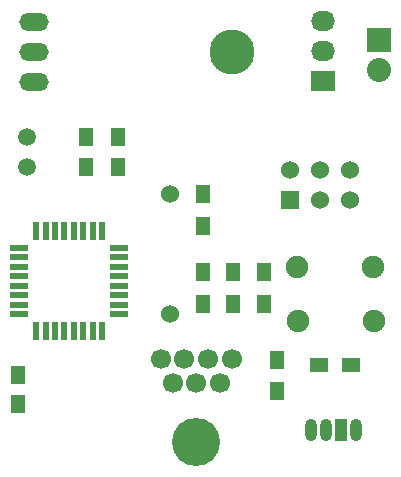
<source format=gbr>
G04 #@! TF.GenerationSoftware,KiCad,Pcbnew,(2017-09-19 revision dddaa7e69)-makepkg*
G04 #@! TF.CreationDate,2017-11-10T03:38:53+01:00*
G04 #@! TF.ProjectId,EPSON_STYLUS_DX4050_INK_CHIP_RESETTER,4550534F4E5F5354594C55535F445834,1*
G04 #@! TF.SameCoordinates,Original*
G04 #@! TF.FileFunction,Soldermask,Top*
G04 #@! TF.FilePolarity,Negative*
%FSLAX46Y46*%
G04 Gerber Fmt 4.6, Leading zero omitted, Abs format (unit mm)*
G04 Created by KiCad (PCBNEW (2017-09-19 revision dddaa7e69)-makepkg) date 11/10/17 03:38:53*
%MOMM*%
%LPD*%
G01*
G04 APERTURE LIST*
%ADD10C,1.905000*%
%ADD11C,1.524000*%
%ADD12R,2.032000X2.032000*%
%ADD13O,2.032000X2.032000*%
%ADD14R,2.032000X1.727200*%
%ADD15O,2.032000X1.727200*%
%ADD16O,2.499360X1.501140*%
%ADD17C,3.799840*%
%ADD18R,1.250000X1.500000*%
%ADD19C,1.501140*%
%ADD20R,1.524000X1.524000*%
%ADD21C,1.700000*%
%ADD22O,1.000000X1.900000*%
%ADD23R,1.000000X1.900000*%
%ADD24R,1.600000X0.550000*%
%ADD25R,0.550000X1.600000*%
%ADD26R,1.300000X1.500000*%
%ADD27R,1.500000X1.300000*%
%ADD28C,4.064000*%
G04 APERTURE END LIST*
D10*
X167248660Y-107752100D03*
X160802140Y-107752100D03*
X167299460Y-112247900D03*
X160850400Y-112247900D03*
D11*
X150000000Y-101520000D03*
X150000000Y-111680000D03*
D12*
X167750000Y-88500000D03*
D13*
X167750000Y-91040000D03*
D14*
X163000000Y-92000000D03*
D15*
X163000000Y-89460000D03*
X163000000Y-86920000D03*
D16*
X138500000Y-89500000D03*
X138500000Y-86960000D03*
X138500000Y-92040000D03*
D17*
X155264000Y-89500000D03*
D18*
X137200000Y-119350000D03*
X137200000Y-116850000D03*
X145600000Y-99250000D03*
X145600000Y-96750000D03*
X142900000Y-96750000D03*
X142900000Y-99250000D03*
D19*
X137900000Y-99240000D03*
X137900000Y-96700000D03*
D20*
X160210000Y-102020000D03*
D11*
X160210000Y-99480000D03*
X162750000Y-102020000D03*
X162750000Y-99480000D03*
X165290000Y-102020000D03*
X165290000Y-99480000D03*
D21*
X155250000Y-115500000D03*
X153250000Y-115500000D03*
X151250000Y-115500000D03*
X149250000Y-115500000D03*
X154250000Y-117500000D03*
X152250000Y-117500000D03*
X150250000Y-117500000D03*
D22*
X165750000Y-121500000D03*
D23*
X164480000Y-121500000D03*
D22*
X163210000Y-121500000D03*
X161940000Y-121500000D03*
D24*
X145750000Y-111700000D03*
X145750000Y-110900000D03*
X145750000Y-110100000D03*
X145750000Y-109300000D03*
X145750000Y-108500000D03*
X145750000Y-107700000D03*
X145750000Y-106900000D03*
X145750000Y-106100000D03*
D25*
X144300000Y-104650000D03*
X143500000Y-104650000D03*
X142700000Y-104650000D03*
X141900000Y-104650000D03*
X141100000Y-104650000D03*
X140300000Y-104650000D03*
X139500000Y-104650000D03*
X138700000Y-104650000D03*
D24*
X137250000Y-106100000D03*
X137250000Y-106900000D03*
X137250000Y-107700000D03*
X137250000Y-108500000D03*
X137250000Y-109300000D03*
X137250000Y-110100000D03*
X137250000Y-110900000D03*
X137250000Y-111700000D03*
D25*
X138700000Y-113150000D03*
X139500000Y-113150000D03*
X140300000Y-113150000D03*
X141100000Y-113150000D03*
X141900000Y-113150000D03*
X142700000Y-113150000D03*
X143500000Y-113150000D03*
X144300000Y-113150000D03*
D26*
X152800000Y-108150000D03*
X152800000Y-110850000D03*
X155400000Y-108150000D03*
X155400000Y-110850000D03*
X158000000Y-108150000D03*
X158000000Y-110850000D03*
X152800000Y-104250000D03*
X152800000Y-101550000D03*
D27*
X162650000Y-116000000D03*
X165350000Y-116000000D03*
D26*
X159100000Y-115550000D03*
X159100000Y-118250000D03*
D28*
X152250000Y-122500000D03*
M02*

</source>
